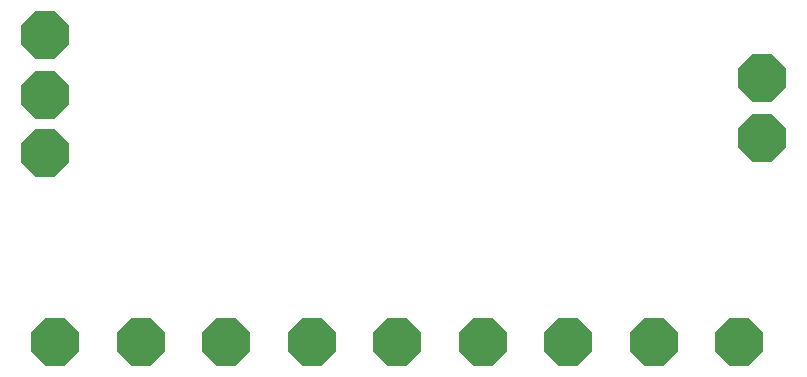
<source format=gbr>
G04 EAGLE Gerber RS-274X export*
G75*
%MOMM*%
%FSLAX34Y34*%
%LPD*%
%INSoldermask Bottom*%
%IPPOS*%
%AMOC8*
5,1,8,0,0,1.08239X$1,22.5*%
G01*
%ADD10P,4.343848X8X202.500000*%
%ADD11P,4.343848X8X22.500000*%


D10*
X157480Y50800D03*
X229870Y50800D03*
X302260Y50800D03*
D11*
X374650Y50800D03*
X447040Y50800D03*
X519430Y50800D03*
X591820Y50800D03*
X664210Y50800D03*
X736600Y50800D03*
X755650Y274320D03*
X148590Y311150D03*
X148590Y260350D03*
X148590Y210820D03*
X755650Y223520D03*
M02*

</source>
